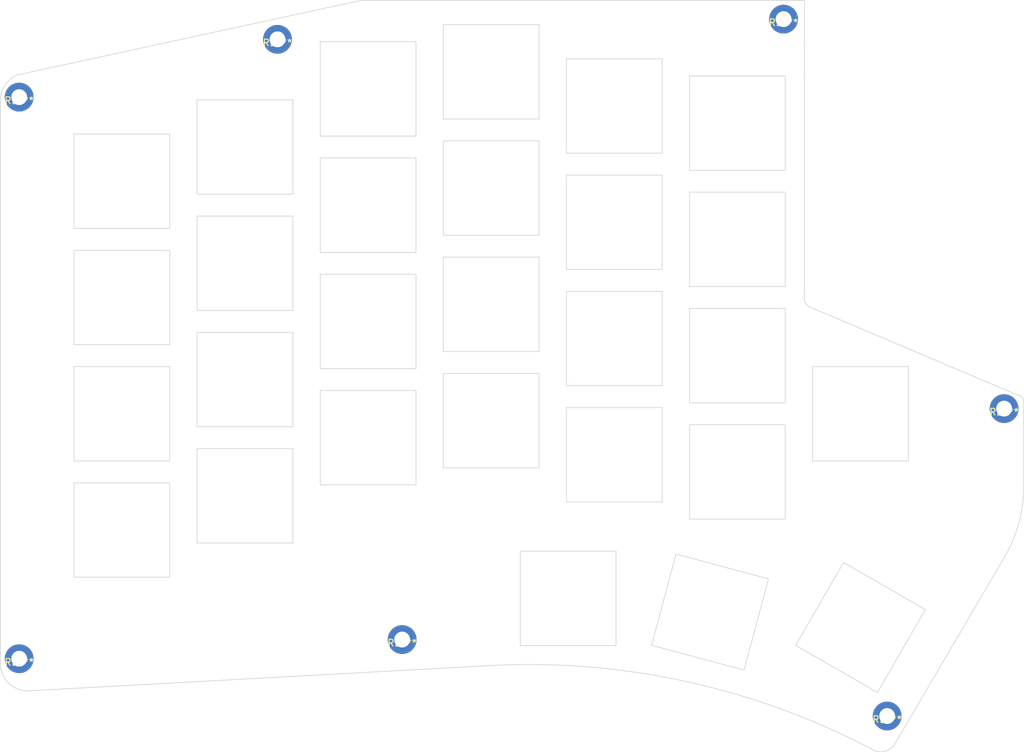
<source format=kicad_pcb>
(kicad_pcb (version 20171130) (host pcbnew "(5.1.10)-1")

  (general
    (thickness 1.6)
    (drawings 150)
    (tracks 0)
    (zones 0)
    (modules 7)
    (nets 1)
  )

  (page A4)
  (layers
    (0 F.Cu signal hide)
    (31 B.Cu signal hide)
    (32 B.Adhes user hide)
    (33 F.Adhes user hide)
    (34 B.Paste user hide)
    (35 F.Paste user hide)
    (36 B.SilkS user hide)
    (37 F.SilkS user hide)
    (38 B.Mask user hide)
    (39 F.Mask user hide)
    (40 Dwgs.User user hide)
    (41 Cmts.User user hide)
    (42 Eco1.User user hide)
    (43 Eco2.User user hide)
    (44 Edge.Cuts user)
    (45 Margin user hide)
    (46 B.CrtYd user hide)
    (47 F.CrtYd user hide)
    (48 B.Fab user hide)
    (49 F.Fab user hide)
  )

  (setup
    (last_trace_width 0.25)
    (trace_clearance 0.2)
    (zone_clearance 0.508)
    (zone_45_only no)
    (trace_min 0.2)
    (via_size 0.8)
    (via_drill 0.4)
    (via_min_size 0.4)
    (via_min_drill 0.3)
    (uvia_size 0.3)
    (uvia_drill 0.1)
    (uvias_allowed no)
    (uvia_min_size 0.2)
    (uvia_min_drill 0.1)
    (edge_width 0.1)
    (segment_width 0.2)
    (pcb_text_width 0.3)
    (pcb_text_size 1.5 1.5)
    (mod_edge_width 0.15)
    (mod_text_size 1 1)
    (mod_text_width 0.15)
    (pad_size 4.2 4.2)
    (pad_drill 2.3)
    (pad_to_mask_clearance 0)
    (aux_axis_origin 0 0)
    (visible_elements 7FFFFFFF)
    (pcbplotparams
      (layerselection 0x01000_7ffffffe)
      (usegerberextensions false)
      (usegerberattributes true)
      (usegerberadvancedattributes true)
      (creategerberjobfile true)
      (excludeedgelayer true)
      (linewidth 0.100000)
      (plotframeref false)
      (viasonmask false)
      (mode 1)
      (useauxorigin false)
      (hpglpennumber 1)
      (hpglpenspeed 20)
      (hpglpendiameter 15.000000)
      (psnegative false)
      (psa4output false)
      (plotreference true)
      (plotvalue true)
      (plotinvisibletext false)
      (padsonsilk false)
      (subtractmaskfromsilk false)
      (outputformat 3)
      (mirror false)
      (drillshape 0)
      (scaleselection 1)
      (outputdirectory "gav-TOP/"))
  )

  (net 0 "")

  (net_class Default "これはデフォルトのネット クラスです。"
    (clearance 0.2)
    (trace_width 0.25)
    (via_dia 0.8)
    (via_drill 0.4)
    (uvia_dia 0.3)
    (uvia_drill 0.1)
  )

  (module kbd:M2_Hole_TH (layer F.Cu) (tedit 5F7666C1) (tstamp 630957C7)
    (at 167.75 52.3)
    (fp_text reference REF** (at 0 0.5) (layer F.SilkS)
      (effects (font (size 1 1) (thickness 0.15)))
    )
    (fp_text value M2_Hole_TH (at 0 -0.5) (layer F.Fab)
      (effects (font (size 1 1) (thickness 0.15)))
    )
    (pad "" thru_hole circle (at 0 0) (size 4.2 4.2) (drill 2.3) (layers *.Cu *.Mask))
  )

  (module kbd:M2_Hole_TH (layer F.Cu) (tedit 5F7666C1) (tstamp 62E1DBBA)
    (at 200 109.25)
    (fp_text reference REF** (at 0 0.5) (layer F.SilkS)
      (effects (font (size 1 1) (thickness 0.15)))
    )
    (fp_text value M2_Hole_TH (at 0 -0.5) (layer F.Fab)
      (effects (font (size 1 1) (thickness 0.15)))
    )
    (pad "" thru_hole circle (at 0 0) (size 4.2 4.2) (drill 2.3) (layers *.Cu *.Mask))
  )

  (module kbd:M2_Hole_TH (layer F.Cu) (tedit 5F7666C1) (tstamp 62E1DBBA)
    (at 182.9 154.2)
    (fp_text reference REF** (at 0 0.5) (layer F.SilkS)
      (effects (font (size 1 1) (thickness 0.15)))
    )
    (fp_text value M2_Hole_TH (at 0 -0.5) (layer F.Fab)
      (effects (font (size 1 1) (thickness 0.15)))
    )
    (pad "" thru_hole circle (at 0 0) (size 4.2 4.2) (drill 2.3) (layers *.Cu *.Mask))
  )

  (module kbd:M2_Hole_TH (layer F.Cu) (tedit 5F7666C1) (tstamp 62E1DBBA)
    (at 111.98 143.02)
    (fp_text reference REF** (at 0 0.5) (layer F.SilkS)
      (effects (font (size 1 1) (thickness 0.15)))
    )
    (fp_text value M2_Hole_TH (at 0 -0.5) (layer F.Fab)
      (effects (font (size 1 1) (thickness 0.15)))
    )
    (pad "" thru_hole circle (at 0 0) (size 4.2 4.2) (drill 2.3) (layers *.Cu *.Mask))
  )

  (module kbd:M2_Hole_TH (layer F.Cu) (tedit 5F7666C1) (tstamp 62E1DBBA)
    (at 93.75 55.25)
    (fp_text reference REF** (at 0 0.5) (layer F.SilkS)
      (effects (font (size 1 1) (thickness 0.15)))
    )
    (fp_text value M2_Hole_TH (at 0 -0.5) (layer F.Fab)
      (effects (font (size 1 1) (thickness 0.15)))
    )
    (pad "" thru_hole circle (at 0 0) (size 4.2 4.2) (drill 2.3) (layers *.Cu *.Mask))
  )

  (module kbd:M2_Hole_TH (layer F.Cu) (tedit 5F7666C1) (tstamp 62E1DBBA)
    (at 55.98 63.7)
    (fp_text reference REF** (at 0 0.5) (layer F.SilkS)
      (effects (font (size 1 1) (thickness 0.15)))
    )
    (fp_text value M2_Hole_TH (at 0 -0.5) (layer F.Fab)
      (effects (font (size 1 1) (thickness 0.15)))
    )
    (pad "" thru_hole circle (at 0 0) (size 4.2 4.2) (drill 2.3) (layers *.Cu *.Mask))
  )

  (module kbd:M2_Hole_TH (layer F.Cu) (tedit 5F7666C1) (tstamp 62E1DBB7)
    (at 55.98 145.82)
    (fp_text reference REF** (at 0 0.5) (layer F.SilkS)
      (effects (font (size 1 1) (thickness 0.15)))
    )
    (fp_text value M2_Hole_TH (at 0 -0.5) (layer F.Fab)
      (effects (font (size 1 1) (thickness 0.15)))
    )
    (pad "" thru_hole circle (at 0 0) (size 4.2 4.2) (drill 2.3) (layers *.Cu *.Mask))
  )

  (gr_circle (center 111.98 143.02) (end 113.08 143.02) (layer Edge.Cuts) (width 0.1) (tstamp 636ECD1B))
  (gr_circle (center 55.98 145.82) (end 57.08 145.82) (layer Edge.Cuts) (width 0.1) (tstamp 636ECD1B))
  (gr_circle (center 55.98 63.7) (end 57.08 63.7) (layer Edge.Cuts) (width 0.1) (tstamp 636ECD1B))
  (gr_circle (center 93.75 55.25) (end 94.85 55.25) (layer Edge.Cuts) (width 0.1) (tstamp 636ECD1B))
  (gr_circle (center 167.75 52.3) (end 168.85 52.3) (layer Edge.Cuts) (width 0.1) (tstamp 636ECD1B))
  (gr_circle (center 182.9 154.2) (end 184 154.2) (layer Edge.Cuts) (width 0.1) (tstamp 636ECD1B))
  (gr_circle (center 200 109.25) (end 201.1 109.25) (layer Edge.Cuts) (width 0.1))
  (gr_line (start 196.50265 104.943745) (end 192.050897 103.057885) (layer Edge.Cuts) (width 0.1) (tstamp 630AA664))
  (gr_line (start 170.8 56) (end 170.8 60.76) (layer Edge.Cuts) (width 0.1) (tstamp 630AA64F))
  (gr_text "___ ErgoFine ____________\nTopPlate v1.1           \nPBC Designed by ormcat" (at 82.1 142.1) (layer B.Mask) (tstamp 630968F5)
    (effects (font (size 1 1) (thickness 0.15)) (justify mirror))
  )
  (gr_text "___ ErgoFine ____________\nTopPlate v1.1           \nPBC Designed by ormcat" (at 82.1 142.15) (layer F.Mask) (tstamp 630968F4)
    (effects (font (size 1 1) (thickness 0.15)))
  )
  (gr_line (start 192.050897 103.057885) (end 171.688578 94.431957) (layer Edge.Cuts) (width 0.1) (tstamp 63095DCB))
  (gr_line (start 170.8 60.76) (end 170.8 91.75) (layer Edge.Cuts) (width 0.1) (tstamp 63095DAA))
  (gr_line (start 170.8 55.95) (end 170.8 56) (layer Edge.Cuts) (width 0.1))
  (gr_line (start 170.8 93.25) (end 170.8 93.4) (layer Edge.Cuts) (width 0.1) (tstamp 63095A35))
  (gr_line (start 202.870736 108.15) (end 202.870741 108.031025) (layer Edge.Cuts) (width 0.1) (tstamp 63095981))
  (gr_line (start 201.950804 107.251703) (end 202.411255 107.45) (layer Edge.Cuts) (width 0.1) (tstamp 630958B5))
  (gr_line (start 170.8 93.25) (end 170.8 91.75) (layer Edge.Cuts) (width 0.1) (tstamp 63095806))
  (gr_arc (start 172.249999 93.050001) (end 170.8 93.4) (angle -54.32011727) (layer Edge.Cuts) (width 0.1) (tstamp 63095805))
  (gr_line (start 106 49.55) (end 170.5 49.55) (layer Edge.Cuts) (width 0.1) (tstamp 630957D4))
  (gr_arc (start 170.5 49.85) (end 170.8 49.85) (angle -90) (layer Edge.Cuts) (width 0.1) (tstamp 6309578A))
  (gr_line (start 170.8 49.85) (end 170.8 55.95) (layer Edge.Cuts) (width 0.1) (tstamp 63095789))
  (gr_line (start 201.950804 107.251703) (end 196.50265 104.943745) (layer Edge.Cuts) (width 0.1) (tstamp 63035EB2))
  (gr_arc (start 202.020742 108.231024) (end 202.870741 108.031025) (angle -50.19442891) (layer Edge.Cuts) (width 0.1))
  (gr_line (start 186 116.9) (end 172 116.9) (layer Edge.Cuts) (width 0.1) (tstamp 63035D4E))
  (gr_line (start 172 116.9) (end 172 103.1) (layer Edge.Cuts) (width 0.1) (tstamp 63035D4D))
  (gr_line (start 186 103.1) (end 186 116.9) (layer Edge.Cuts) (width 0.1) (tstamp 63035D4C))
  (gr_line (start 172 103.1) (end 186 103.1) (layer Edge.Cuts) (width 0.1) (tstamp 63035D4B))
  (gr_line (start 188.475575 138.637822) (end 181.475575 150.762178) (layer Edge.Cuts) (width 0.1) (tstamp 63035D4E))
  (gr_line (start 181.475575 150.762178) (end 169.524425 143.862178) (layer Edge.Cuts) (width 0.1) (tstamp 63035D4D))
  (gr_line (start 176.524425 131.737822) (end 188.475575 138.637822) (layer Edge.Cuts) (width 0.1) (tstamp 63035D4C))
  (gr_line (start 169.524425 143.862178) (end 176.524425 131.737822) (layer Edge.Cuts) (width 0.1) (tstamp 63035D4B))
  (gr_line (start 161.975629 147.476622) (end 148.452668 143.853155) (layer Edge.Cuts) (width 0.1) (tstamp 63035D4E))
  (gr_line (start 148.452668 143.853155) (end 152.024371 130.523378) (layer Edge.Cuts) (width 0.1) (tstamp 63035D4D))
  (gr_line (start 165.547332 134.146845) (end 161.975629 147.476622) (layer Edge.Cuts) (width 0.1) (tstamp 63035D4C))
  (gr_line (start 152.024371 130.523378) (end 165.547332 134.146845) (layer Edge.Cuts) (width 0.1) (tstamp 63035D4B))
  (gr_line (start 143.25 143.9) (end 129.25 143.9) (layer Edge.Cuts) (width 0.1) (tstamp 63035D4E))
  (gr_line (start 129.25 143.9) (end 129.25 130.1) (layer Edge.Cuts) (width 0.1) (tstamp 63035D4D))
  (gr_line (start 143.25 130.1) (end 143.25 143.9) (layer Edge.Cuts) (width 0.1) (tstamp 63035D4C))
  (gr_line (start 129.25 130.1) (end 143.25 130.1) (layer Edge.Cuts) (width 0.1) (tstamp 63035D4B))
  (gr_line (start 154 91.4) (end 154 77.6) (layer Edge.Cuts) (width 0.1) (tstamp 63035CF5))
  (gr_line (start 168 77.6) (end 168 91.4) (layer Edge.Cuts) (width 0.1) (tstamp 63035CF4))
  (gr_line (start 168 74.4) (end 154 74.4) (layer Edge.Cuts) (width 0.1) (tstamp 63035CF3))
  (gr_line (start 154 60.6) (end 168 60.6) (layer Edge.Cuts) (width 0.1) (tstamp 63035CF2))
  (gr_line (start 154 74.4) (end 154 60.6) (layer Edge.Cuts) (width 0.1) (tstamp 63035CF1))
  (gr_line (start 168 60.6) (end 168 74.4) (layer Edge.Cuts) (width 0.1) (tstamp 63035CF0))
  (gr_line (start 154 125.4) (end 154 111.6) (layer Edge.Cuts) (width 0.1) (tstamp 63035CEF))
  (gr_line (start 154 94.6) (end 168 94.6) (layer Edge.Cuts) (width 0.1) (tstamp 63035CEE))
  (gr_line (start 154 108.4) (end 154 94.6) (layer Edge.Cuts) (width 0.1) (tstamp 63035CED))
  (gr_line (start 168 91.4) (end 154 91.4) (layer Edge.Cuts) (width 0.1) (tstamp 63035CEC))
  (gr_line (start 168 125.4) (end 154 125.4) (layer Edge.Cuts) (width 0.1) (tstamp 63035CEB))
  (gr_line (start 168 108.4) (end 154 108.4) (layer Edge.Cuts) (width 0.1) (tstamp 63035CEA))
  (gr_line (start 168 111.6) (end 168 125.4) (layer Edge.Cuts) (width 0.1) (tstamp 63035CE9))
  (gr_line (start 154 111.6) (end 168 111.6) (layer Edge.Cuts) (width 0.1) (tstamp 63035CE8))
  (gr_line (start 168 94.6) (end 168 108.4) (layer Edge.Cuts) (width 0.1) (tstamp 63035CE7))
  (gr_line (start 154 77.6) (end 168 77.6) (layer Edge.Cuts) (width 0.1) (tstamp 63035CE6))
  (gr_line (start 136 88.9) (end 136 75.1) (layer Edge.Cuts) (width 0.1) (tstamp 63035CF5))
  (gr_line (start 150 75.1) (end 150 88.9) (layer Edge.Cuts) (width 0.1) (tstamp 63035CF4))
  (gr_line (start 150 71.9) (end 136 71.9) (layer Edge.Cuts) (width 0.1) (tstamp 63035CF3))
  (gr_line (start 136 58.1) (end 150 58.1) (layer Edge.Cuts) (width 0.1) (tstamp 63035CF2))
  (gr_line (start 136 71.9) (end 136 58.1) (layer Edge.Cuts) (width 0.1) (tstamp 63035CF1))
  (gr_line (start 150 58.1) (end 150 71.9) (layer Edge.Cuts) (width 0.1) (tstamp 63035CF0))
  (gr_line (start 136 122.9) (end 136 109.1) (layer Edge.Cuts) (width 0.1) (tstamp 63035CEF))
  (gr_line (start 136 92.1) (end 150 92.1) (layer Edge.Cuts) (width 0.1) (tstamp 63035CEE))
  (gr_line (start 136 105.9) (end 136 92.1) (layer Edge.Cuts) (width 0.1) (tstamp 63035CED))
  (gr_line (start 150 88.9) (end 136 88.9) (layer Edge.Cuts) (width 0.1) (tstamp 63035CEC))
  (gr_line (start 150 122.9) (end 136 122.9) (layer Edge.Cuts) (width 0.1) (tstamp 63035CEB))
  (gr_line (start 150 105.9) (end 136 105.9) (layer Edge.Cuts) (width 0.1) (tstamp 63035CEA))
  (gr_line (start 150 109.1) (end 150 122.9) (layer Edge.Cuts) (width 0.1) (tstamp 63035CE9))
  (gr_line (start 136 109.1) (end 150 109.1) (layer Edge.Cuts) (width 0.1) (tstamp 63035CE8))
  (gr_line (start 150 92.1) (end 150 105.9) (layer Edge.Cuts) (width 0.1) (tstamp 63035CE7))
  (gr_line (start 136 75.1) (end 150 75.1) (layer Edge.Cuts) (width 0.1) (tstamp 63035CE6))
  (gr_line (start 118 83.9) (end 118 70.1) (layer Edge.Cuts) (width 0.1) (tstamp 63035CF5))
  (gr_line (start 132 70.1) (end 132 83.9) (layer Edge.Cuts) (width 0.1) (tstamp 63035CF4))
  (gr_line (start 132 66.9) (end 118 66.9) (layer Edge.Cuts) (width 0.1) (tstamp 63035CF3))
  (gr_line (start 118 53.1) (end 132 53.1) (layer Edge.Cuts) (width 0.1) (tstamp 63035CF2))
  (gr_line (start 118 66.9) (end 118 53.1) (layer Edge.Cuts) (width 0.1) (tstamp 63035CF1))
  (gr_line (start 132 53.1) (end 132 66.9) (layer Edge.Cuts) (width 0.1) (tstamp 63035CF0))
  (gr_line (start 118 117.9) (end 118 104.1) (layer Edge.Cuts) (width 0.1) (tstamp 63035CEF))
  (gr_line (start 118 87.1) (end 132 87.1) (layer Edge.Cuts) (width 0.1) (tstamp 63035CEE))
  (gr_line (start 118 100.9) (end 118 87.1) (layer Edge.Cuts) (width 0.1) (tstamp 63035CED))
  (gr_line (start 132 83.9) (end 118 83.9) (layer Edge.Cuts) (width 0.1) (tstamp 63035CEC))
  (gr_line (start 132 117.9) (end 118 117.9) (layer Edge.Cuts) (width 0.1) (tstamp 63035CEB))
  (gr_line (start 132 100.9) (end 118 100.9) (layer Edge.Cuts) (width 0.1) (tstamp 63035CEA))
  (gr_line (start 132 104.1) (end 132 117.9) (layer Edge.Cuts) (width 0.1) (tstamp 63035CE9))
  (gr_line (start 118 104.1) (end 132 104.1) (layer Edge.Cuts) (width 0.1) (tstamp 63035CE8))
  (gr_line (start 132 87.1) (end 132 100.9) (layer Edge.Cuts) (width 0.1) (tstamp 63035CE7))
  (gr_line (start 118 70.1) (end 132 70.1) (layer Edge.Cuts) (width 0.1) (tstamp 63035CE6))
  (gr_line (start 100 86.4) (end 100 72.6) (layer Edge.Cuts) (width 0.1) (tstamp 63035CF5))
  (gr_line (start 114 72.6) (end 114 86.4) (layer Edge.Cuts) (width 0.1) (tstamp 63035CF4))
  (gr_line (start 114 69.4) (end 100 69.4) (layer Edge.Cuts) (width 0.1) (tstamp 63035CF3))
  (gr_line (start 100 55.6) (end 114 55.6) (layer Edge.Cuts) (width 0.1) (tstamp 63035CF2))
  (gr_line (start 100 69.4) (end 100 55.6) (layer Edge.Cuts) (width 0.1) (tstamp 63035CF1))
  (gr_line (start 114 55.6) (end 114 69.4) (layer Edge.Cuts) (width 0.1) (tstamp 63035CF0))
  (gr_line (start 100 120.4) (end 100 106.6) (layer Edge.Cuts) (width 0.1) (tstamp 63035CEF))
  (gr_line (start 100 89.6) (end 114 89.6) (layer Edge.Cuts) (width 0.1) (tstamp 63035CEE))
  (gr_line (start 100 103.4) (end 100 89.6) (layer Edge.Cuts) (width 0.1) (tstamp 63035CED))
  (gr_line (start 114 86.4) (end 100 86.4) (layer Edge.Cuts) (width 0.1) (tstamp 63035CEC))
  (gr_line (start 114 120.4) (end 100 120.4) (layer Edge.Cuts) (width 0.1) (tstamp 63035CEB))
  (gr_line (start 114 103.4) (end 100 103.4) (layer Edge.Cuts) (width 0.1) (tstamp 63035CEA))
  (gr_line (start 114 106.6) (end 114 120.4) (layer Edge.Cuts) (width 0.1) (tstamp 63035CE9))
  (gr_line (start 100 106.6) (end 114 106.6) (layer Edge.Cuts) (width 0.1) (tstamp 63035CE8))
  (gr_line (start 114 89.6) (end 114 103.4) (layer Edge.Cuts) (width 0.1) (tstamp 63035CE7))
  (gr_line (start 100 72.6) (end 114 72.6) (layer Edge.Cuts) (width 0.1) (tstamp 63035CE6))
  (gr_line (start 82 94.9) (end 82 81.1) (layer Edge.Cuts) (width 0.1) (tstamp 63035CF5))
  (gr_line (start 96 81.1) (end 96 94.9) (layer Edge.Cuts) (width 0.1) (tstamp 63035CF4))
  (gr_line (start 96 77.9) (end 82 77.9) (layer Edge.Cuts) (width 0.1) (tstamp 63035CF3))
  (gr_line (start 82 64.1) (end 96 64.1) (layer Edge.Cuts) (width 0.1) (tstamp 63035CF2))
  (gr_line (start 82 77.9) (end 82 64.1) (layer Edge.Cuts) (width 0.1) (tstamp 63035CF1))
  (gr_line (start 96 64.1) (end 96 77.9) (layer Edge.Cuts) (width 0.1) (tstamp 63035CF0))
  (gr_line (start 82 128.9) (end 82 115.1) (layer Edge.Cuts) (width 0.1) (tstamp 63035CEF))
  (gr_line (start 82 98.1) (end 96 98.1) (layer Edge.Cuts) (width 0.1) (tstamp 63035CEE))
  (gr_line (start 82 111.9) (end 82 98.1) (layer Edge.Cuts) (width 0.1) (tstamp 63035CED))
  (gr_line (start 96 94.9) (end 82 94.9) (layer Edge.Cuts) (width 0.1) (tstamp 63035CEC))
  (gr_line (start 96 128.9) (end 82 128.9) (layer Edge.Cuts) (width 0.1) (tstamp 63035CEB))
  (gr_line (start 96 111.9) (end 82 111.9) (layer Edge.Cuts) (width 0.1) (tstamp 63035CEA))
  (gr_line (start 96 115.1) (end 96 128.9) (layer Edge.Cuts) (width 0.1) (tstamp 63035CE9))
  (gr_line (start 82 115.1) (end 96 115.1) (layer Edge.Cuts) (width 0.1) (tstamp 63035CE8))
  (gr_line (start 96 98.1) (end 96 111.9) (layer Edge.Cuts) (width 0.1) (tstamp 63035CE7))
  (gr_line (start 82 81.1) (end 96 81.1) (layer Edge.Cuts) (width 0.1) (tstamp 63035CE6))
  (gr_line (start 78 133.9) (end 64 133.9) (layer Edge.Cuts) (width 0.1) (tstamp 63035CCD))
  (gr_line (start 64 120.1) (end 78 120.1) (layer Edge.Cuts) (width 0.1) (tstamp 63035CCC))
  (gr_line (start 64 133.9) (end 64 120.1) (layer Edge.Cuts) (width 0.1) (tstamp 63035CCB))
  (gr_line (start 78 120.1) (end 78 133.9) (layer Edge.Cuts) (width 0.1) (tstamp 63035CCA))
  (gr_line (start 78 116.9) (end 64 116.9) (layer Edge.Cuts) (width 0.1) (tstamp 63035CCD))
  (gr_line (start 64 103.1) (end 78 103.1) (layer Edge.Cuts) (width 0.1) (tstamp 63035CCC))
  (gr_line (start 64 116.9) (end 64 103.1) (layer Edge.Cuts) (width 0.1) (tstamp 63035CCB))
  (gr_line (start 78 103.1) (end 78 116.9) (layer Edge.Cuts) (width 0.1) (tstamp 63035CCA))
  (gr_line (start 78 99.9) (end 64 99.9) (layer Edge.Cuts) (width 0.1) (tstamp 63035CCD))
  (gr_line (start 64 86.1) (end 78 86.1) (layer Edge.Cuts) (width 0.1) (tstamp 63035CCC))
  (gr_line (start 64 99.9) (end 64 86.1) (layer Edge.Cuts) (width 0.1) (tstamp 63035CCB))
  (gr_line (start 78 86.1) (end 78 99.9) (layer Edge.Cuts) (width 0.1) (tstamp 63035CCA))
  (gr_line (start 64 82.9) (end 64 69.1) (layer Edge.Cuts) (width 0.1) (tstamp 63035CAD))
  (gr_line (start 78 82.9) (end 64 82.9) (layer Edge.Cuts) (width 0.1))
  (gr_line (start 78 69.1) (end 78 82.9) (layer Edge.Cuts) (width 0.1))
  (gr_line (start 64 69.1) (end 78 69.1) (layer Edge.Cuts) (width 0.1))
  (gr_line (start 105.99 49.55) (end 106 49.55) (layer Edge.Cuts) (width 0.1) (tstamp 62F6CC92))
  (gr_line (start 57.573623 150.504779) (end 123.383583 146.903865) (layer Edge.Cuts) (width 0.1) (tstamp 62F02980))
  (gr_line (start 53.225 146.52) (end 53.225 136.63043) (layer Edge.Cuts) (width 0.1) (tstamp 62F02965))
  (gr_arc (start 130.5 254.5) (end 180.651083 159.040896) (angle -31.5) (layer Edge.Cuts) (width 0.1) (tstamp 62F0285E))
  (gr_line (start 55.856919 60.421229) (end 105.99 49.55) (layer Edge.Cuts) (width 0.1))
  (gr_line (start 53.225 64.18) (end 53.225 136.63043) (layer Edge.Cuts) (width 0.1) (tstamp 62EDB6A6))
  (gr_arc (start 57.225 64.179999) (end 55.856919 60.421229) (angle -70) (layer Edge.Cuts) (width 0.1) (tstamp 62EDB697))
  (gr_line (start 202.870503 120.960001) (end 202.870893 121.066793) (layer Edge.Cuts) (width 0.1) (tstamp 62EDB659))
  (gr_arc (start 182.108732 120.517555) (end 199.814672 131.37429) (angle -30) (layer Edge.Cuts) (width 0.1))
  (gr_line (start 199.745379 131.487289) (end 199.814672 131.37429) (layer Edge.Cuts) (width 0.1) (tstamp 62EDB600))
  (gr_line (start 202.870503 120.960001) (end 202.870736 108.15) (layer Edge.Cuts) (width 0.1) (tstamp 62EDB5F1))
  (gr_line (start 184.06495 158.204494) (end 199.745379 131.487289) (layer Edge.Cuts) (width 0.1))
  (gr_arc (start 181.970474 157.040897) (end 180.651083 159.040896) (angle -94.35807254) (layer Edge.Cuts) (width 0.1))
  (gr_arc (start 57.225 146.52) (end 53.225 146.52) (angle -95) (layer Edge.Cuts) (width 0.1))

)

</source>
